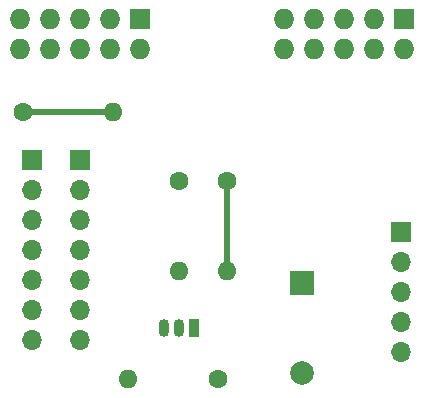
<source format=gbr>
G04 #@! TF.GenerationSoftware,KiCad,Pcbnew,5.0.2-bee76a0~70~ubuntu18.04.1*
G04 #@! TF.CreationDate,2018-12-25T16:41:34-08:00*
G04 #@! TF.ProjectId,Marlin_UIBOX,4d61726c-696e-45f5-9549-424f582e6b69,rev?*
G04 #@! TF.SameCoordinates,PX7bfa480PY68e7780*
G04 #@! TF.FileFunction,Copper,L1,Top*
G04 #@! TF.FilePolarity,Positive*
%FSLAX46Y46*%
G04 Gerber Fmt 4.6, Leading zero omitted, Abs format (unit mm)*
G04 Created by KiCad (PCBNEW 5.0.2-bee76a0~70~ubuntu18.04.1) date Tue 25 Dec 2018 04:41:34 PM PST*
%MOMM*%
%LPD*%
G01*
G04 APERTURE LIST*
G04 #@! TA.AperFunction,ComponentPad*
%ADD10C,1.600000*%
G04 #@! TD*
G04 #@! TA.AperFunction,ComponentPad*
%ADD11O,1.600000X1.600000*%
G04 #@! TD*
G04 #@! TA.AperFunction,ComponentPad*
%ADD12R,1.727200X1.727200*%
G04 #@! TD*
G04 #@! TA.AperFunction,ComponentPad*
%ADD13O,1.727200X1.727200*%
G04 #@! TD*
G04 #@! TA.AperFunction,ComponentPad*
%ADD14O,1.700000X1.700000*%
G04 #@! TD*
G04 #@! TA.AperFunction,ComponentPad*
%ADD15R,1.700000X1.700000*%
G04 #@! TD*
G04 #@! TA.AperFunction,ComponentPad*
%ADD16R,0.900000X1.500000*%
G04 #@! TD*
G04 #@! TA.AperFunction,ComponentPad*
%ADD17O,0.900000X1.500000*%
G04 #@! TD*
G04 #@! TA.AperFunction,ComponentPad*
%ADD18C,2.000000*%
G04 #@! TD*
G04 #@! TA.AperFunction,ComponentPad*
%ADD19R,2.000000X2.000000*%
G04 #@! TD*
G04 #@! TA.AperFunction,Conductor*
%ADD20C,0.500000*%
G04 #@! TD*
G04 APERTURE END LIST*
D10*
G04 #@! TO.P,R4,1*
G04 #@! TO.N,GND*
X6144000Y25926000D03*
D11*
G04 #@! TO.P,R4,2*
X13764000Y25926000D03*
G04 #@! TD*
G04 #@! TO.P,R3,2*
G04 #@! TO.N,VCC*
X23416000Y12464000D03*
D10*
G04 #@! TO.P,R3,1*
X23416000Y20084000D03*
G04 #@! TD*
D12*
G04 #@! TO.P,J1,1*
G04 #@! TO.N,VCC*
X38402000Y33800000D03*
D13*
G04 #@! TO.P,J1,2*
G04 #@! TO.N,GND*
X38402000Y31260000D03*
G04 #@! TO.P,J1,3*
G04 #@! TO.N,N/C*
X35862000Y33800000D03*
G04 #@! TO.P,J1,4*
G04 #@! TO.N,/LCD_DC*
X35862000Y31260000D03*
G04 #@! TO.P,J1,5*
G04 #@! TO.N,/LCD_CS*
X33322000Y33800000D03*
G04 #@! TO.P,J1,6*
G04 #@! TO.N,N/C*
X33322000Y31260000D03*
G04 #@! TO.P,J1,7*
G04 #@! TO.N,/LCD_RES*
X30782000Y33800000D03*
G04 #@! TO.P,J1,8*
G04 #@! TO.N,N/C*
X30782000Y31260000D03*
G04 #@! TO.P,J1,9*
G04 #@! TO.N,/BT_SW*
X28242000Y33800000D03*
G04 #@! TO.P,J1,10*
G04 #@! TO.N,/BEEPER*
X28242000Y31260000D03*
G04 #@! TD*
G04 #@! TO.P,J2,10*
G04 #@! TO.N,/MISO*
X5890000Y31260000D03*
G04 #@! TO.P,J2,9*
G04 #@! TO.N,/SCK*
X5890000Y33800000D03*
G04 #@! TO.P,J2,8*
G04 #@! TO.N,/BT_EN2*
X8430000Y31260000D03*
G04 #@! TO.P,J2,7*
G04 #@! TO.N,/SD_SS*
X8430000Y33800000D03*
G04 #@! TO.P,J2,6*
G04 #@! TO.N,/BT_EN1*
X10970000Y31260000D03*
G04 #@! TO.P,J2,5*
G04 #@! TO.N,/MOSI*
X10970000Y33800000D03*
G04 #@! TO.P,J2,4*
G04 #@! TO.N,/SD_DET*
X13510000Y31260000D03*
G04 #@! TO.P,J2,3*
G04 #@! TO.N,N/C*
X13510000Y33800000D03*
G04 #@! TO.P,J2,2*
G04 #@! TO.N,GND*
X16050000Y31260000D03*
D12*
G04 #@! TO.P,J2,1*
G04 #@! TO.N,N/C*
X16050000Y33800000D03*
G04 #@! TD*
D14*
G04 #@! TO.P,J3,7*
G04 #@! TO.N,/LCD_CS*
X10970000Y6622000D03*
G04 #@! TO.P,J3,6*
G04 #@! TO.N,/LCD_DC*
X10970000Y9162000D03*
G04 #@! TO.P,J3,5*
G04 #@! TO.N,/LCD_RES*
X10970000Y11702000D03*
G04 #@! TO.P,J3,4*
G04 #@! TO.N,/MOSI*
X10970000Y14242000D03*
G04 #@! TO.P,J3,3*
G04 #@! TO.N,/SCK*
X10970000Y16782000D03*
G04 #@! TO.P,J3,2*
G04 #@! TO.N,VCC*
X10970000Y19322000D03*
D15*
G04 #@! TO.P,J3,1*
G04 #@! TO.N,GND*
X10970000Y21862000D03*
G04 #@! TD*
G04 #@! TO.P,J4,1*
G04 #@! TO.N,GND*
X6906000Y21862000D03*
D14*
G04 #@! TO.P,J4,2*
G04 #@! TO.N,VCC*
X6906000Y19322000D03*
G04 #@! TO.P,J4,3*
G04 #@! TO.N,/MISO*
X6906000Y16782000D03*
G04 #@! TO.P,J4,4*
G04 #@! TO.N,/MOSI*
X6906000Y14242000D03*
G04 #@! TO.P,J4,5*
G04 #@! TO.N,/SCK*
X6906000Y11702000D03*
G04 #@! TO.P,J4,6*
G04 #@! TO.N,/SD_SS*
X6906000Y9162000D03*
G04 #@! TO.P,J4,7*
G04 #@! TO.N,/SD_DET*
X6906000Y6622000D03*
G04 #@! TD*
G04 #@! TO.P,J5,5*
G04 #@! TO.N,/BT_EN2*
X38148000Y5606000D03*
G04 #@! TO.P,J5,4*
G04 #@! TO.N,/BT_EN1*
X38148000Y8146000D03*
G04 #@! TO.P,J5,3*
G04 #@! TO.N,/BT_SW*
X38148000Y10686000D03*
G04 #@! TO.P,J5,2*
G04 #@! TO.N,VCC*
X38148000Y13226000D03*
D15*
G04 #@! TO.P,J5,1*
G04 #@! TO.N,GND*
X38148000Y15766000D03*
G04 #@! TD*
D16*
G04 #@! TO.P,Q1,1*
G04 #@! TO.N,GND*
X20622000Y7638000D03*
D17*
G04 #@! TO.P,Q1,3*
G04 #@! TO.N,Net-(Q1-Pad3)*
X18082000Y7638000D03*
G04 #@! TO.P,Q1,2*
G04 #@! TO.N,Net-(Q1-Pad2)*
X19352000Y7638000D03*
G04 #@! TD*
D10*
G04 #@! TO.P,R1,1*
G04 #@! TO.N,/BEEPER*
X19352000Y20084000D03*
D11*
G04 #@! TO.P,R1,2*
G04 #@! TO.N,Net-(Q1-Pad2)*
X19352000Y12464000D03*
G04 #@! TD*
G04 #@! TO.P,R2,2*
G04 #@! TO.N,Net-(Q1-Pad3)*
X15034000Y3320000D03*
D10*
G04 #@! TO.P,R2,1*
G04 #@! TO.N,Net-(LS1-Pad2)*
X22654000Y3320000D03*
G04 #@! TD*
D18*
G04 #@! TO.P,LS1,2*
G04 #@! TO.N,Net-(LS1-Pad2)*
X29766000Y3848000D03*
D19*
G04 #@! TO.P,LS1,1*
G04 #@! TO.N,VCC*
X29766000Y11448000D03*
G04 #@! TD*
D20*
G04 #@! TO.N,VCC*
X23416000Y20084000D02*
X23416000Y12464000D01*
G04 #@! TO.N,GND*
X6144000Y25926000D02*
X13764000Y25926000D01*
G04 #@! TD*
M02*

</source>
